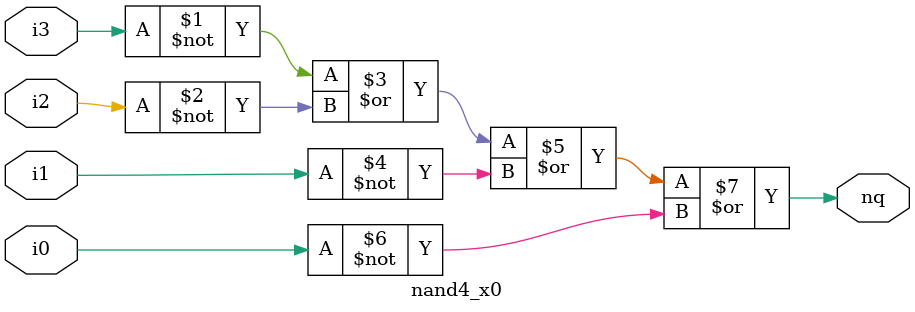
<source format=v>
/*                                                                      */
/*  Avertec Release v3.4p5 (64 bits on Linux 5.10.0-0.bpo.9-amd64)      */
/*  [AVT_only] host: fsdev                                              */
/*  [AVT_only] arch: x86_64                                             */
/*  [AVT_only] path: /opt/tasyag-3.4p5/bin/avt_shell                    */
/*  argv:                                                               */
/*                                                                      */
/*  User: verhaegs                                                      */
/*  Generation date Wed Dec 29 11:35:49 2021                            */
/*                                                                      */
/*  Verilog data flow description generated from `nand4_x0`             */
/*                                                                      */


`timescale 1 ps/1 ps

module nand4_x0 (nq, i0, i1, i2, i3);

  output nq;
  input  i0;
  input  i1;
  input  i2;
  input  i3;


  assign nq = (~(i3) | ~(i2) | ~(i1) | ~(i0));

endmodule

</source>
